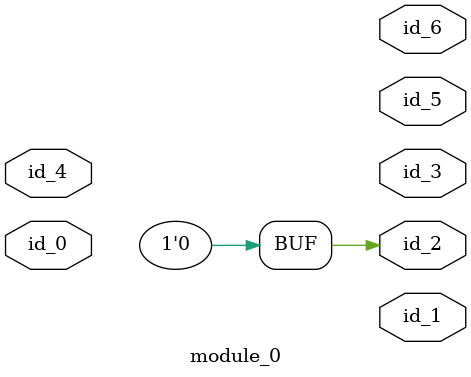
<source format=v>
module module_0 (
    input  id_0,
    output id_1,
    output id_2,
    output id_3,
    input  id_4,
    output id_5,
    output id_6
);
  always @(*) id_2 = 1'd0;
endmodule

</source>
